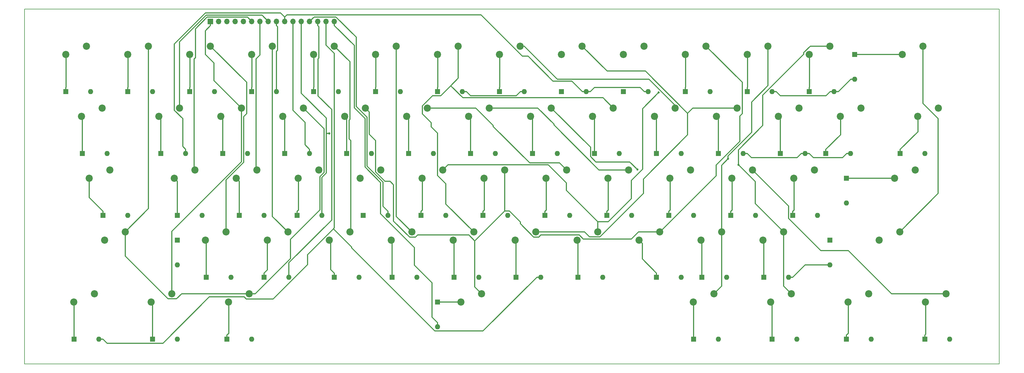
<source format=gbr>
%TF.GenerationSoftware,KiCad,Pcbnew,(5.0.1)-3*%
%TF.CreationDate,2018-12-07T19:46:10-06:00*%
%TF.ProjectId,z80sbc_keyboard,7A38307362635F6B6579626F6172642E,rev?*%
%TF.SameCoordinates,Original*%
%TF.FileFunction,Copper,L2,Bot,Signal*%
%TF.FilePolarity,Positive*%
%FSLAX46Y46*%
G04 Gerber Fmt 4.6, Leading zero omitted, Abs format (unit mm)*
G04 Created by KiCad (PCBNEW (5.0.1)-3) date 12/7/2018 7:46:10 PM*
%MOMM*%
%LPD*%
G01*
G04 APERTURE LIST*
%ADD10C,0.150000*%
%ADD11O,1.600000X1.600000*%
%ADD12R,1.600000X1.600000*%
%ADD13C,2.200000*%
%ADD14O,1.700000X1.700000*%
%ADD15R,1.700000X1.700000*%
%ADD16C,0.685800*%
%ADD17C,0.304800*%
G04 APERTURE END LIST*
D10*
X26670000Y-50800000D02*
X26670000Y-160020000D01*
X326390000Y-50800000D02*
X26670000Y-50800000D01*
X326390000Y-160020000D02*
X326390000Y-50800000D01*
X26670000Y-160020000D02*
X326390000Y-160020000D01*
D11*
X46990000Y-76200000D03*
D12*
X39370000Y-76200000D03*
X58420000Y-76200000D03*
D11*
X66040000Y-76200000D03*
X85090000Y-76200000D03*
D12*
X77470000Y-76200000D03*
D11*
X104140000Y-76200000D03*
D12*
X96520000Y-76200000D03*
D11*
X123190000Y-76200000D03*
D12*
X115570000Y-76200000D03*
X134620000Y-76200000D03*
D11*
X142240000Y-76200000D03*
D12*
X153670000Y-76200000D03*
D11*
X161290000Y-76200000D03*
X180340000Y-76200000D03*
D12*
X172720000Y-76200000D03*
D11*
X199390000Y-76200000D03*
D12*
X191770000Y-76200000D03*
X210820000Y-76200000D03*
D11*
X218440000Y-76200000D03*
D12*
X229870000Y-76200000D03*
D11*
X237490000Y-76200000D03*
X256540000Y-76200000D03*
D12*
X248920000Y-76200000D03*
X267970000Y-76200000D03*
D11*
X275590000Y-76200000D03*
X281940000Y-72390000D03*
D12*
X281940000Y-64770000D03*
D11*
X52070000Y-95250000D03*
D12*
X44450000Y-95250000D03*
X68580000Y-95250000D03*
D11*
X76200000Y-95250000D03*
X95250000Y-95250000D03*
D12*
X87630000Y-95250000D03*
X106680000Y-95250000D03*
D11*
X114300000Y-95250000D03*
X133350000Y-95250000D03*
D12*
X125730000Y-95250000D03*
X144780000Y-95250000D03*
D11*
X152400000Y-95250000D03*
X171450000Y-95250000D03*
D12*
X163830000Y-95250000D03*
X182880000Y-95250000D03*
D11*
X190500000Y-95250000D03*
D12*
X201930000Y-95250000D03*
D11*
X209550000Y-95250000D03*
D12*
X220980000Y-95250000D03*
D11*
X228600000Y-95250000D03*
X247650000Y-95250000D03*
D12*
X240030000Y-95250000D03*
X259080000Y-95250000D03*
D11*
X266700000Y-95250000D03*
X280670000Y-95250000D03*
D12*
X273050000Y-95250000D03*
D11*
X303530000Y-95250000D03*
D12*
X295910000Y-95250000D03*
X50800000Y-114300000D03*
D11*
X58420000Y-114300000D03*
X81280000Y-114300000D03*
D12*
X73660000Y-114300000D03*
X92710000Y-114300000D03*
D11*
X100330000Y-114300000D03*
X118110000Y-114300000D03*
D12*
X110490000Y-114300000D03*
X130810000Y-114300000D03*
D11*
X138430000Y-114300000D03*
X156210000Y-114300000D03*
D12*
X148590000Y-114300000D03*
D11*
X175260000Y-114300000D03*
D12*
X167640000Y-114300000D03*
X186690000Y-114300000D03*
D11*
X194310000Y-114300000D03*
D12*
X205740000Y-114300000D03*
D11*
X213360000Y-114300000D03*
X232410000Y-114300000D03*
D12*
X224790000Y-114300000D03*
X243840000Y-114300000D03*
D11*
X251460000Y-114300000D03*
X270510000Y-114300000D03*
D12*
X262890000Y-114300000D03*
X279400000Y-102870000D03*
D11*
X279400000Y-110490000D03*
X73660000Y-129540000D03*
D12*
X73660000Y-121920000D03*
X82550000Y-133350000D03*
D11*
X90170000Y-133350000D03*
X107950000Y-133350000D03*
D12*
X100330000Y-133350000D03*
X121920000Y-133350000D03*
D11*
X129540000Y-133350000D03*
X147320000Y-133350000D03*
D12*
X139700000Y-133350000D03*
X158750000Y-133350000D03*
D11*
X166370000Y-133350000D03*
X185420000Y-133350000D03*
D12*
X177800000Y-133350000D03*
X196850000Y-133350000D03*
D11*
X204470000Y-133350000D03*
X228600000Y-133350000D03*
D12*
X220980000Y-133350000D03*
X234950000Y-133350000D03*
D11*
X242570000Y-133350000D03*
X261620000Y-133350000D03*
D12*
X254000000Y-133350000D03*
X274320000Y-121920000D03*
D11*
X274320000Y-129540000D03*
X49530000Y-152400000D03*
D12*
X41910000Y-152400000D03*
X66040000Y-152400000D03*
D11*
X73660000Y-152400000D03*
X96520000Y-152400000D03*
D12*
X88900000Y-152400000D03*
X153670000Y-140970000D03*
D11*
X153670000Y-148590000D03*
X240030000Y-152400000D03*
D12*
X232410000Y-152400000D03*
X256540000Y-152400000D03*
D11*
X264160000Y-152400000D03*
X287020000Y-152400000D03*
D12*
X279400000Y-152400000D03*
X303530000Y-152400000D03*
D11*
X311150000Y-152400000D03*
D13*
X45720000Y-62230000D03*
X39370000Y-64770000D03*
X58420000Y-64770000D03*
X64770000Y-62230000D03*
X77470000Y-64770000D03*
X83820000Y-62230000D03*
X102870000Y-62230000D03*
X96520000Y-64770000D03*
X115570000Y-64770000D03*
X121920000Y-62230000D03*
X140970000Y-62230000D03*
X134620000Y-64770000D03*
X153670000Y-64770000D03*
X160020000Y-62230000D03*
X179070000Y-62230000D03*
X172720000Y-64770000D03*
X198120000Y-62230000D03*
X191770000Y-64770000D03*
X217170000Y-62230000D03*
X210820000Y-64770000D03*
X229870000Y-64770000D03*
X236220000Y-62230000D03*
X255270000Y-62230000D03*
X248920000Y-64770000D03*
X267970000Y-64770000D03*
X274320000Y-62230000D03*
X67945000Y-83820000D03*
X74295000Y-81280000D03*
X86995000Y-83820000D03*
X93345000Y-81280000D03*
X112395000Y-81280000D03*
X106045000Y-83820000D03*
X125095000Y-83820000D03*
X131445000Y-81280000D03*
X144145000Y-83820000D03*
X150495000Y-81280000D03*
X169545000Y-81280000D03*
X163195000Y-83820000D03*
X182245000Y-83820000D03*
X188595000Y-81280000D03*
X207645000Y-81280000D03*
X201295000Y-83820000D03*
X226695000Y-81280000D03*
X220345000Y-83820000D03*
X245745000Y-81280000D03*
X239395000Y-83820000D03*
X258445000Y-83820000D03*
X264795000Y-81280000D03*
X277495000Y-83820000D03*
X283845000Y-81280000D03*
X72707500Y-102870000D03*
X79057500Y-100330000D03*
X98107500Y-100330000D03*
X91757500Y-102870000D03*
X117158000Y-100330000D03*
X110808000Y-102870000D03*
X136208000Y-100330000D03*
X129858000Y-102870000D03*
X148908000Y-102870000D03*
X155258000Y-100330000D03*
X174308000Y-100330000D03*
X167958000Y-102870000D03*
X187008000Y-102870000D03*
X193358000Y-100330000D03*
X206058000Y-102870000D03*
X212408000Y-100330000D03*
X231458000Y-100330000D03*
X225108000Y-102870000D03*
X244158000Y-102870000D03*
X250508000Y-100330000D03*
X263208000Y-102870000D03*
X269558000Y-100330000D03*
X88582500Y-119380000D03*
X82232500Y-121920000D03*
X101282000Y-121920000D03*
X107632000Y-119380000D03*
X120332000Y-121920000D03*
X126682000Y-119380000D03*
X139382000Y-121920000D03*
X145732000Y-119380000D03*
X164782000Y-119380000D03*
X158432000Y-121920000D03*
X177482000Y-121920000D03*
X183832000Y-119380000D03*
X202882000Y-119380000D03*
X196532000Y-121920000D03*
X215582000Y-121920000D03*
X221932000Y-119380000D03*
X234632000Y-121920000D03*
X240982000Y-119380000D03*
X260032000Y-119380000D03*
X253682000Y-121920000D03*
X296545000Y-64770000D03*
X302895000Y-62230000D03*
X44132500Y-83820000D03*
X50482500Y-81280000D03*
X301308000Y-83820000D03*
X307658000Y-81280000D03*
X46513800Y-102870000D03*
X52863800Y-100330000D03*
X294164000Y-102870000D03*
X300514000Y-100330000D03*
X57626200Y-119380000D03*
X51276200Y-121920000D03*
X289401000Y-121920000D03*
X295751000Y-119380000D03*
X48101200Y-138430000D03*
X41751200Y-140970000D03*
X65563800Y-140970000D03*
X71913800Y-138430000D03*
X95726200Y-138430000D03*
X89376200Y-140970000D03*
X160814000Y-140970000D03*
X167164000Y-138430000D03*
X232251000Y-140970000D03*
X238601000Y-138430000D03*
X256064000Y-140970000D03*
X262414000Y-138430000D03*
X286226000Y-138430000D03*
X279876000Y-140970000D03*
X303689000Y-140970000D03*
X310039000Y-138430000D03*
D14*
X121920000Y-54610000D03*
X119380000Y-54610000D03*
X116840000Y-54610000D03*
X114300000Y-54610000D03*
X111760000Y-54610000D03*
X109220000Y-54610000D03*
X106680000Y-54610000D03*
X104140000Y-54610000D03*
X101600000Y-54610000D03*
X99060000Y-54610000D03*
X96520000Y-54610000D03*
X93980000Y-54610000D03*
X91440000Y-54610000D03*
X88900000Y-54610000D03*
X86360000Y-54610000D03*
D15*
X83820000Y-54610000D03*
D16*
X120319500Y-89077800D03*
X221635900Y-76506700D03*
X242990700Y-96861100D03*
X246157600Y-98745600D03*
X215080900Y-100205500D03*
D17*
X104140000Y-76200000D02*
X104140000Y-74942500D01*
X104140000Y-54610000D02*
X104140000Y-55917500D01*
X104140000Y-55917500D02*
X104431900Y-56209400D01*
X104431900Y-56209400D02*
X104431900Y-63458100D01*
X104431900Y-63458100D02*
X104069400Y-63820600D01*
X104069400Y-63820600D02*
X104069400Y-74871900D01*
X104069400Y-74871900D02*
X104140000Y-74942500D01*
X180340000Y-76200000D02*
X179082500Y-76200000D01*
X161290000Y-76200000D02*
X162547500Y-76200000D01*
X162547500Y-76200000D02*
X163805100Y-77457600D01*
X163805100Y-77457600D02*
X177824900Y-77457600D01*
X177824900Y-77457600D02*
X179082500Y-76200000D01*
X39370000Y-76200000D02*
X39370000Y-74942500D01*
X39370000Y-64770000D02*
X39427100Y-64827100D01*
X39427100Y-64827100D02*
X39427100Y-74885400D01*
X39427100Y-74885400D02*
X39370000Y-74942500D01*
X58420000Y-76200000D02*
X58420000Y-74942500D01*
X58420000Y-64770000D02*
X58471500Y-64821500D01*
X58471500Y-64821500D02*
X58471500Y-74891000D01*
X58471500Y-74891000D02*
X58420000Y-74942500D01*
X77470000Y-76200000D02*
X77470000Y-74942500D01*
X77470000Y-64770000D02*
X77524000Y-64824000D01*
X77524000Y-64824000D02*
X77524000Y-74888500D01*
X77524000Y-74888500D02*
X77470000Y-74942500D01*
X96520000Y-76200000D02*
X96520000Y-74942500D01*
X96520000Y-64770000D02*
X96576900Y-64826900D01*
X96576900Y-64826900D02*
X96576900Y-74885600D01*
X96576900Y-74885600D02*
X96520000Y-74942500D01*
X115570000Y-76200000D02*
X115570000Y-74942500D01*
X115570000Y-64770000D02*
X115627100Y-64827100D01*
X115627100Y-64827100D02*
X115627100Y-74885400D01*
X115627100Y-74885400D02*
X115570000Y-74942500D01*
X134620000Y-76200000D02*
X134620000Y-74942500D01*
X134620000Y-64770000D02*
X134672600Y-64822600D01*
X134672600Y-64822600D02*
X134672600Y-74889900D01*
X134672600Y-74889900D02*
X134620000Y-74942500D01*
X153670000Y-76200000D02*
X153670000Y-74942500D01*
X153670000Y-64770000D02*
X153727100Y-64827100D01*
X153727100Y-64827100D02*
X153727100Y-74885400D01*
X153727100Y-74885400D02*
X153670000Y-74942500D01*
X172720000Y-76200000D02*
X172720000Y-74942500D01*
X172720000Y-64770000D02*
X172774400Y-64824400D01*
X172774400Y-64824400D02*
X172774400Y-74888100D01*
X172774400Y-74888100D02*
X172720000Y-74942500D01*
X106680000Y-53302500D02*
X105375800Y-51998300D01*
X105375800Y-51998300D02*
X82288500Y-51998300D01*
X82288500Y-51998300D02*
X72730500Y-61556300D01*
X72730500Y-61556300D02*
X72730500Y-81935500D01*
X72730500Y-81935500D02*
X75310800Y-84515800D01*
X75310800Y-84515800D02*
X75310800Y-93103300D01*
X75310800Y-93103300D02*
X76200000Y-93992500D01*
X76200000Y-95250000D02*
X76200000Y-93992500D01*
X106680000Y-53302500D02*
X107347400Y-52635100D01*
X107347400Y-52635100D02*
X167051700Y-52635100D01*
X167051700Y-52635100D02*
X179744300Y-65327700D01*
X179744300Y-65327700D02*
X181477000Y-65327700D01*
X181477000Y-65327700D02*
X189138000Y-72988700D01*
X189138000Y-72988700D02*
X194921200Y-72988700D01*
X194921200Y-72988700D02*
X198132500Y-76200000D01*
X106680000Y-54610000D02*
X106680000Y-53302500D01*
X199390000Y-76200000D02*
X198132500Y-76200000D01*
X275590000Y-76200000D02*
X274332500Y-76200000D01*
X256540000Y-76200000D02*
X257797500Y-76200000D01*
X257797500Y-76200000D02*
X259055100Y-77457600D01*
X259055100Y-77457600D02*
X273074900Y-77457600D01*
X273074900Y-77457600D02*
X274332500Y-76200000D01*
X218440000Y-76200000D02*
X217182500Y-76200000D01*
X199390000Y-76200000D02*
X200647500Y-76200000D01*
X200647500Y-76200000D02*
X201905100Y-74942400D01*
X201905100Y-74942400D02*
X215924900Y-74942400D01*
X215924900Y-74942400D02*
X217182500Y-76200000D01*
X275590000Y-76200000D02*
X276872500Y-76200000D01*
X276872500Y-76200000D02*
X280682500Y-72390000D01*
X281940000Y-72390000D02*
X280682500Y-72390000D01*
X229870000Y-76200000D02*
X229870000Y-74942500D01*
X229870000Y-64770000D02*
X229939700Y-64839700D01*
X229939700Y-64839700D02*
X229939700Y-74872800D01*
X229939700Y-74872800D02*
X229870000Y-74942500D01*
X248920000Y-76200000D02*
X248920000Y-74942500D01*
X248920000Y-64770000D02*
X248977100Y-64827100D01*
X248977100Y-64827100D02*
X248977100Y-74885400D01*
X248977100Y-74885400D02*
X248920000Y-74942500D01*
X267970000Y-76200000D02*
X267970000Y-74942500D01*
X267970000Y-64770000D02*
X268023500Y-64823500D01*
X268023500Y-64823500D02*
X268023500Y-74889000D01*
X268023500Y-74889000D02*
X267970000Y-74942500D01*
X296545000Y-64770000D02*
X281940000Y-64770000D01*
X44132500Y-83820000D02*
X44450000Y-84137500D01*
X44450000Y-84137500D02*
X44450000Y-95250000D01*
X67945000Y-83820000D02*
X68580000Y-84455000D01*
X68580000Y-84455000D02*
X68580000Y-95250000D01*
X109220000Y-55917500D02*
X109220000Y-81980000D01*
X109220000Y-81980000D02*
X112903300Y-85663300D01*
X112903300Y-85663300D02*
X112903300Y-92595800D01*
X112903300Y-92595800D02*
X114300000Y-93992500D01*
X109220000Y-54610000D02*
X109220000Y-55917500D01*
X114300000Y-95250000D02*
X114300000Y-93992500D01*
X86995000Y-83820000D02*
X87630000Y-84455000D01*
X87630000Y-84455000D02*
X87630000Y-95250000D01*
X106045000Y-83820000D02*
X106680000Y-84455000D01*
X106680000Y-84455000D02*
X106680000Y-95250000D01*
X125095000Y-83820000D02*
X125730000Y-84455000D01*
X125730000Y-84455000D02*
X125730000Y-95250000D01*
X144145000Y-83820000D02*
X144780000Y-84455000D01*
X144780000Y-84455000D02*
X144780000Y-95250000D01*
X163195000Y-83820000D02*
X163830000Y-84455000D01*
X163830000Y-84455000D02*
X163830000Y-95250000D01*
X182245000Y-83820000D02*
X182880000Y-84455000D01*
X182880000Y-84455000D02*
X182880000Y-95250000D01*
X201295000Y-83820000D02*
X201930000Y-84455000D01*
X201930000Y-84455000D02*
X201930000Y-95250000D01*
X220345000Y-83820000D02*
X220980000Y-84455000D01*
X220980000Y-84455000D02*
X220980000Y-95250000D01*
X266700000Y-95250000D02*
X265442500Y-95250000D01*
X247650000Y-95250000D02*
X248907500Y-95250000D01*
X248907500Y-95250000D02*
X250165100Y-96507600D01*
X250165100Y-96507600D02*
X264184900Y-96507600D01*
X264184900Y-96507600D02*
X265442500Y-95250000D01*
X111760000Y-54610000D02*
X111760000Y-76720000D01*
X111760000Y-76720000D02*
X119418300Y-84378300D01*
X119418300Y-84378300D02*
X119418300Y-89077800D01*
X280670000Y-95250000D02*
X279412500Y-95250000D01*
X266700000Y-95250000D02*
X267957500Y-95250000D01*
X267957500Y-95250000D02*
X269224300Y-96516800D01*
X269224300Y-96516800D02*
X278145700Y-96516800D01*
X278145700Y-96516800D02*
X279412500Y-95250000D01*
X119418300Y-89077800D02*
X119418300Y-101291200D01*
X119418300Y-101291200D02*
X118110000Y-102599500D01*
X118110000Y-102599500D02*
X118110000Y-114300000D01*
X119418300Y-89077800D02*
X120319500Y-89077800D01*
X239395000Y-83820000D02*
X240030000Y-84455000D01*
X240030000Y-84455000D02*
X240030000Y-95250000D01*
X258445000Y-83820000D02*
X259080000Y-84455000D01*
X259080000Y-84455000D02*
X259080000Y-95250000D01*
X273050000Y-95250000D02*
X273050000Y-93992500D01*
X277495000Y-83820000D02*
X277552100Y-83877100D01*
X277552100Y-83877100D02*
X277552100Y-89490400D01*
X277552100Y-89490400D02*
X273050000Y-93992500D01*
X295910000Y-95250000D02*
X295910000Y-93992500D01*
X301308000Y-83820000D02*
X301364900Y-83876900D01*
X301364900Y-83876900D02*
X301364900Y-88537600D01*
X301364900Y-88537600D02*
X295910000Y-93992500D01*
X50800000Y-114300000D02*
X50800000Y-113042500D01*
X46513800Y-102870000D02*
X46551400Y-102907600D01*
X46551400Y-102907600D02*
X46551400Y-108793900D01*
X46551400Y-108793900D02*
X50800000Y-113042500D01*
X72707500Y-102870000D02*
X73660000Y-103822500D01*
X73660000Y-103822500D02*
X73660000Y-114300000D01*
X91757500Y-102870000D02*
X92710000Y-103822500D01*
X92710000Y-103822500D02*
X92710000Y-114300000D01*
X110490000Y-114300000D02*
X110490000Y-113042500D01*
X110808000Y-102870000D02*
X110865100Y-102927100D01*
X110865100Y-102927100D02*
X110865100Y-112667400D01*
X110865100Y-112667400D02*
X110490000Y-113042500D01*
X138430000Y-113042500D02*
X136873600Y-111486100D01*
X136873600Y-111486100D02*
X136873600Y-104092500D01*
X136873600Y-104092500D02*
X131972600Y-99191500D01*
X131972600Y-99191500D02*
X131972600Y-84082700D01*
X131972600Y-84082700D02*
X128636500Y-80746600D01*
X128636500Y-80746600D02*
X128636500Y-59474700D01*
X128636500Y-59474700D02*
X122410500Y-53248700D01*
X122410500Y-53248700D02*
X115661300Y-53248700D01*
X115661300Y-53248700D02*
X114300000Y-54610000D01*
X138430000Y-114300000D02*
X138430000Y-113042500D01*
X148590000Y-114300000D02*
X148590000Y-113042500D01*
X148908000Y-102870000D02*
X148965100Y-102927100D01*
X148965100Y-102927100D02*
X148965100Y-112667400D01*
X148965100Y-112667400D02*
X148590000Y-113042500D01*
X167640000Y-114300000D02*
X167640000Y-113042500D01*
X167958000Y-102870000D02*
X168015100Y-102927100D01*
X168015100Y-102927100D02*
X168015100Y-112667400D01*
X168015100Y-112667400D02*
X167640000Y-113042500D01*
X186690000Y-114300000D02*
X186690000Y-113042500D01*
X187008000Y-102870000D02*
X187065100Y-102927100D01*
X187065100Y-102927100D02*
X187065100Y-112667400D01*
X187065100Y-112667400D02*
X186690000Y-113042500D01*
X205740000Y-114300000D02*
X205740000Y-113042500D01*
X206058000Y-102870000D02*
X206115100Y-102927100D01*
X206115100Y-102927100D02*
X206115100Y-112667400D01*
X206115100Y-112667400D02*
X205740000Y-113042500D01*
X224790000Y-114300000D02*
X224790000Y-113042500D01*
X225108000Y-102870000D02*
X225165100Y-102927100D01*
X225165100Y-102927100D02*
X225165100Y-112667400D01*
X225165100Y-112667400D02*
X224790000Y-113042500D01*
X243840000Y-114300000D02*
X243840000Y-113042500D01*
X244158000Y-102870000D02*
X244215100Y-102927100D01*
X244215100Y-102927100D02*
X244215100Y-112667400D01*
X244215100Y-112667400D02*
X243840000Y-113042500D01*
X262890000Y-114300000D02*
X262890000Y-113042500D01*
X263208000Y-102870000D02*
X263260400Y-102922400D01*
X263260400Y-102922400D02*
X263260400Y-112672100D01*
X263260400Y-112672100D02*
X262890000Y-113042500D01*
X294164000Y-102870000D02*
X279400000Y-102870000D01*
X116840000Y-55917500D02*
X117142900Y-56220400D01*
X117142900Y-56220400D02*
X117142900Y-65892400D01*
X117142900Y-65892400D02*
X116906400Y-66128900D01*
X116906400Y-66128900D02*
X116906400Y-77536400D01*
X116906400Y-77536400D02*
X121120000Y-81750000D01*
X121120000Y-81750000D02*
X121120000Y-115732400D01*
X121120000Y-115732400D02*
X107950000Y-128902400D01*
X107950000Y-128902400D02*
X107950000Y-133350000D01*
X116840000Y-54610000D02*
X116840000Y-55917500D01*
X82232500Y-121920000D02*
X82550000Y-122237500D01*
X82550000Y-122237500D02*
X82550000Y-133350000D01*
X100330000Y-133350000D02*
X100330000Y-132092500D01*
X101282000Y-121920000D02*
X101339100Y-121977100D01*
X101339100Y-121977100D02*
X101339100Y-131083400D01*
X101339100Y-131083400D02*
X100330000Y-132092500D01*
X121920000Y-133350000D02*
X121920000Y-132092500D01*
X120332000Y-121920000D02*
X120788800Y-122376800D01*
X120788800Y-122376800D02*
X120788800Y-130961300D01*
X120788800Y-130961300D02*
X121920000Y-132092500D01*
X139382000Y-121920000D02*
X139700000Y-122238000D01*
X139700000Y-122238000D02*
X139700000Y-133350000D01*
X158432000Y-121920000D02*
X158750000Y-122238000D01*
X158750000Y-122238000D02*
X158750000Y-133350000D01*
X121600500Y-118435100D02*
X127179700Y-124014300D01*
X127179700Y-124014300D02*
X127179700Y-124267000D01*
X127179700Y-124267000D02*
X152793600Y-149880900D01*
X152793600Y-149880900D02*
X167631600Y-149880900D01*
X167631600Y-149880900D02*
X184162500Y-133350000D01*
X119380000Y-54610000D02*
X119380000Y-61898300D01*
X119380000Y-61898300D02*
X121889600Y-64407900D01*
X121889600Y-64407900D02*
X121889600Y-118146000D01*
X121889600Y-118146000D02*
X121600500Y-118435100D01*
X121600500Y-118435100D02*
X113642900Y-126392700D01*
X113642900Y-126392700D02*
X113642900Y-129435700D01*
X113642900Y-129435700D02*
X103051200Y-140027400D01*
X103051200Y-140027400D02*
X94783600Y-140027400D01*
X94783600Y-140027400D02*
X94166500Y-139410300D01*
X94166500Y-139410300D02*
X83432500Y-139410300D01*
X83432500Y-139410300D02*
X69185200Y-153657600D01*
X69185200Y-153657600D02*
X52045100Y-153657600D01*
X52045100Y-153657600D02*
X50787500Y-152400000D01*
X49530000Y-152400000D02*
X50787500Y-152400000D01*
X185420000Y-133350000D02*
X184162500Y-133350000D01*
X261620000Y-133350000D02*
X262877500Y-133350000D01*
X274320000Y-129540000D02*
X266687500Y-129540000D01*
X266687500Y-129540000D02*
X262877500Y-133350000D01*
X177482000Y-121920000D02*
X177800000Y-122238000D01*
X177800000Y-122238000D02*
X177800000Y-133350000D01*
X196532000Y-121920000D02*
X196850000Y-122238000D01*
X196850000Y-122238000D02*
X196850000Y-133350000D01*
X220980000Y-133350000D02*
X220980000Y-132092500D01*
X215582000Y-121920000D02*
X216606600Y-122944600D01*
X216606600Y-122944600D02*
X216606600Y-127719100D01*
X216606600Y-127719100D02*
X220980000Y-132092500D01*
X234632000Y-121920000D02*
X234950000Y-122238000D01*
X234950000Y-122238000D02*
X234950000Y-133350000D01*
X253682000Y-121920000D02*
X254000000Y-122238000D01*
X254000000Y-122238000D02*
X254000000Y-133350000D01*
X41751200Y-140970000D02*
X41910000Y-141128800D01*
X41910000Y-141128800D02*
X41910000Y-152400000D01*
X65563800Y-140970000D02*
X66040000Y-141446200D01*
X66040000Y-141446200D02*
X66040000Y-152400000D01*
X153670000Y-148590000D02*
X153670000Y-147332500D01*
X121920000Y-54610000D02*
X121920000Y-55917500D01*
X121920000Y-55917500D02*
X128026400Y-62023900D01*
X128026400Y-62023900D02*
X128026400Y-81197300D01*
X128026400Y-81197300D02*
X131362600Y-84533500D01*
X131362600Y-84533500D02*
X131362600Y-99444200D01*
X131362600Y-99444200D02*
X136125500Y-104207100D01*
X136125500Y-104207100D02*
X136125500Y-113823000D01*
X136125500Y-113823000D02*
X146545200Y-124242700D01*
X146545200Y-124242700D02*
X146545200Y-129603400D01*
X146545200Y-129603400D02*
X151980900Y-135039100D01*
X151980900Y-135039100D02*
X151980900Y-145643400D01*
X151980900Y-145643400D02*
X153670000Y-147332500D01*
X88900000Y-152400000D02*
X88900000Y-151142500D01*
X89376200Y-140970000D02*
X89433300Y-141027100D01*
X89433300Y-141027100D02*
X89433300Y-150609200D01*
X89433300Y-150609200D02*
X88900000Y-151142500D01*
X160814000Y-140970000D02*
X153670000Y-140970000D01*
X232251000Y-140970000D02*
X232410000Y-141129000D01*
X232410000Y-141129000D02*
X232410000Y-152400000D01*
X256064000Y-140970000D02*
X256540000Y-141446000D01*
X256540000Y-141446000D02*
X256540000Y-152400000D01*
X279400000Y-152400000D02*
X279400000Y-151142500D01*
X279876000Y-140970000D02*
X279933100Y-141027100D01*
X279933100Y-141027100D02*
X279933100Y-150609400D01*
X279933100Y-150609400D02*
X279400000Y-151142500D01*
X303530000Y-152400000D02*
X303530000Y-151142500D01*
X303689000Y-140970000D02*
X303746100Y-141027100D01*
X303746100Y-141027100D02*
X303746100Y-150926400D01*
X303746100Y-150926400D02*
X303530000Y-151142500D01*
X71913800Y-138430000D02*
X71913800Y-119223300D01*
X71913800Y-119223300D02*
X93345000Y-97792100D01*
X93345000Y-97792100D02*
X93345000Y-81280000D01*
X83820000Y-55917500D02*
X82253800Y-57483700D01*
X82253800Y-57483700D02*
X82253800Y-64808100D01*
X82253800Y-64808100D02*
X84878300Y-67432600D01*
X84878300Y-67432600D02*
X84878300Y-72813300D01*
X84878300Y-72813300D02*
X93345000Y-81280000D01*
X83820000Y-54610000D02*
X83820000Y-55917500D01*
X230551400Y-82872000D02*
X230551400Y-89547800D01*
X230551400Y-89547800D02*
X216947100Y-103152100D01*
X216947100Y-103152100D02*
X216947100Y-107570200D01*
X216947100Y-107570200D02*
X203572500Y-120944800D01*
X203572500Y-120944800D02*
X200381600Y-120944800D01*
X200381600Y-120944800D02*
X198816800Y-119380000D01*
X198816800Y-119380000D02*
X183832000Y-119380000D01*
X198120000Y-62230000D02*
X205795800Y-69905800D01*
X205795800Y-69905800D02*
X217585200Y-69905800D01*
X217585200Y-69905800D02*
X230551400Y-82872000D01*
X230551400Y-82872000D02*
X232143400Y-81280000D01*
X232143400Y-81280000D02*
X245745000Y-81280000D01*
X202882000Y-116237500D02*
X206118500Y-116237500D01*
X206118500Y-116237500D02*
X213221200Y-109134800D01*
X213221200Y-109134800D02*
X213221200Y-103527100D01*
X213221200Y-103527100D02*
X216689300Y-100059000D01*
X216689300Y-100059000D02*
X216689300Y-81453300D01*
X216689300Y-81453300D02*
X221635900Y-76506700D01*
X155258000Y-100330000D02*
X156825000Y-98763000D01*
X156825000Y-98763000D02*
X187678700Y-98763000D01*
X187678700Y-98763000D02*
X193275600Y-104359900D01*
X193275600Y-104359900D02*
X193275600Y-106631100D01*
X193275600Y-106631100D02*
X202882000Y-116237500D01*
X202882000Y-116237500D02*
X202882000Y-119380000D01*
X112395000Y-81280000D02*
X118766500Y-87651500D01*
X118766500Y-87651500D02*
X118766500Y-101080300D01*
X118766500Y-101080300D02*
X117500000Y-102346800D01*
X117500000Y-102346800D02*
X117500000Y-112636600D01*
X117500000Y-112636600D02*
X108422800Y-121713800D01*
X108422800Y-121713800D02*
X108422800Y-127566900D01*
X108422800Y-127566900D02*
X97559700Y-138430000D01*
X97559700Y-138430000D02*
X95726200Y-138430000D01*
X64770000Y-62230000D02*
X64770000Y-112236200D01*
X64770000Y-112236200D02*
X57626200Y-119380000D01*
X95726200Y-138430000D02*
X74955800Y-138430000D01*
X74955800Y-138430000D02*
X73391000Y-139994800D01*
X73391000Y-139994800D02*
X70748800Y-139994800D01*
X70748800Y-139994800D02*
X57626200Y-126872200D01*
X57626200Y-126872200D02*
X57626200Y-119380000D01*
X83820000Y-62230000D02*
X94930500Y-73340500D01*
X94930500Y-73340500D02*
X94930500Y-82949000D01*
X94930500Y-82949000D02*
X93992400Y-83887100D01*
X93992400Y-83887100D02*
X93992400Y-98007400D01*
X93992400Y-98007400D02*
X88582500Y-103417300D01*
X88582500Y-103417300D02*
X88582500Y-119380000D01*
X236220000Y-62230000D02*
X247317300Y-73327300D01*
X247317300Y-73327300D02*
X247317300Y-83021300D01*
X247317300Y-83021300D02*
X246558200Y-83780400D01*
X246558200Y-83780400D02*
X246558200Y-91568600D01*
X246558200Y-91568600D02*
X239292300Y-98834500D01*
X239292300Y-98834500D02*
X239292300Y-102091600D01*
X239292300Y-102091600D02*
X222003900Y-119380000D01*
X222003900Y-119380000D02*
X221932000Y-119380000D01*
X174308000Y-112960000D02*
X175729300Y-112960000D01*
X175729300Y-112960000D02*
X179123700Y-116354400D01*
X179123700Y-116354400D02*
X179123700Y-116892100D01*
X179123700Y-116892100D02*
X183198400Y-120966800D01*
X183198400Y-120966800D02*
X184785200Y-120966800D01*
X184785200Y-120966800D02*
X185395700Y-120356300D01*
X185395700Y-120356300D02*
X197196100Y-120356300D01*
X197196100Y-120356300D02*
X198402600Y-121562800D01*
X198402600Y-121562800D02*
X213220400Y-121562800D01*
X213220400Y-121562800D02*
X215403200Y-119380000D01*
X215403200Y-119380000D02*
X221932000Y-119380000D01*
X165096100Y-122171900D02*
X174308000Y-112960000D01*
X167164000Y-138430000D02*
X165096100Y-136362100D01*
X165096100Y-136362100D02*
X165096100Y-122171900D01*
X165096100Y-122171900D02*
X163265400Y-120341200D01*
X163265400Y-120341200D02*
X147535300Y-120341200D01*
X147535300Y-120341200D02*
X146864800Y-121011700D01*
X146864800Y-121011700D02*
X145061300Y-121011700D01*
X145061300Y-121011700D02*
X140110100Y-116060500D01*
X140110100Y-116060500D02*
X140110100Y-104878900D01*
X140110100Y-104878900D02*
X139040300Y-103809100D01*
X139040300Y-103809100D02*
X137452900Y-103809100D01*
X137452900Y-103809100D02*
X134607600Y-100963800D01*
X134607600Y-100963800D02*
X134607600Y-91314500D01*
X134607600Y-91314500D02*
X132649500Y-89356400D01*
X132649500Y-89356400D02*
X132649500Y-82484500D01*
X132649500Y-82484500D02*
X131445000Y-81280000D01*
X174308000Y-112960000D02*
X174308000Y-100330000D01*
X102870000Y-62230000D02*
X102870000Y-114618000D01*
X102870000Y-114618000D02*
X107632000Y-119380000D01*
X255270000Y-62230000D02*
X255270000Y-74384800D01*
X255270000Y-74384800D02*
X250246800Y-79408000D01*
X250246800Y-79408000D02*
X250246800Y-88742500D01*
X250246800Y-88742500D02*
X242990700Y-95998600D01*
X242990700Y-95998600D02*
X242990700Y-96861100D01*
X242990700Y-96861100D02*
X240982000Y-98869800D01*
X240982000Y-98869800D02*
X240982000Y-119380000D01*
X193358000Y-100330000D02*
X191181000Y-98153000D01*
X191181000Y-98153000D02*
X181996800Y-98153000D01*
X181996800Y-98153000D02*
X170777400Y-86933600D01*
X170777400Y-86933600D02*
X170777400Y-86626800D01*
X170777400Y-86626800D02*
X165430600Y-81280000D01*
X165430600Y-81280000D02*
X150495000Y-81280000D01*
X238601000Y-138430000D02*
X240982000Y-136049000D01*
X240982000Y-136049000D02*
X240982000Y-119380000D01*
X260032000Y-119380000D02*
X251321200Y-110669200D01*
X251321200Y-110669200D02*
X251321200Y-103909200D01*
X251321200Y-103909200D02*
X246157600Y-98745600D01*
X246157600Y-98745600D02*
X246157600Y-94125400D01*
X246157600Y-94125400D02*
X253621300Y-86661700D01*
X253621300Y-86661700D02*
X253621300Y-77304500D01*
X253621300Y-77304500D02*
X266252600Y-64673200D01*
X266252600Y-64673200D02*
X266252600Y-64229600D01*
X266252600Y-64229600D02*
X268252200Y-62230000D01*
X268252200Y-62230000D02*
X274320000Y-62230000D01*
X169545000Y-81280000D02*
X184473500Y-81280000D01*
X184473500Y-81280000D02*
X189408200Y-86214700D01*
X189408200Y-86214700D02*
X189408200Y-86487200D01*
X189408200Y-86487200D02*
X203251000Y-100330000D01*
X203251000Y-100330000D02*
X212408000Y-100330000D01*
X126682000Y-119380000D02*
X126987600Y-119074400D01*
X126987600Y-119074400D02*
X126987600Y-91323500D01*
X126987600Y-91323500D02*
X126418900Y-90754800D01*
X126418900Y-90754800D02*
X126418900Y-85034700D01*
X126418900Y-85034700D02*
X126714200Y-84739400D01*
X126714200Y-84739400D02*
X126714200Y-67024200D01*
X126714200Y-67024200D02*
X121920000Y-62230000D01*
X262414000Y-138430000D02*
X260032000Y-136048000D01*
X260032000Y-136048000D02*
X260032000Y-119380000D01*
X140970000Y-62230000D02*
X140970000Y-114618000D01*
X140970000Y-114618000D02*
X145732000Y-119380000D01*
X96520000Y-54610000D02*
X95212500Y-53302500D01*
X95212500Y-53302500D02*
X82775800Y-53302500D01*
X82775800Y-53302500D02*
X79175700Y-56902600D01*
X79175700Y-56902600D02*
X79175700Y-65759600D01*
X79175700Y-65759600D02*
X78776200Y-66159100D01*
X78776200Y-66159100D02*
X78776200Y-100048700D01*
X78776200Y-100048700D02*
X79057500Y-100330000D01*
X215080900Y-100205500D02*
X212732200Y-97856800D01*
X212732200Y-97856800D02*
X202289800Y-97856800D01*
X202289800Y-97856800D02*
X200672500Y-96239500D01*
X200672500Y-96239500D02*
X200672500Y-93357500D01*
X200672500Y-93357500D02*
X188595000Y-81280000D01*
X295751000Y-119380000D02*
X307575600Y-107555400D01*
X307575600Y-107555400D02*
X307575600Y-84527900D01*
X307575600Y-84527900D02*
X302895000Y-79847300D01*
X302895000Y-79847300D02*
X302895000Y-62230000D01*
X99060000Y-54610000D02*
X99060000Y-64925300D01*
X99060000Y-64925300D02*
X97857700Y-66127600D01*
X97857700Y-66127600D02*
X97857700Y-100080200D01*
X97857700Y-100080200D02*
X98107500Y-100330000D01*
X250508000Y-100330000D02*
X261589600Y-111411600D01*
X261589600Y-111411600D02*
X261589600Y-115246800D01*
X261589600Y-115246800D02*
X271494000Y-125151200D01*
X271494000Y-125151200D02*
X279988800Y-125151200D01*
X279988800Y-125151200D02*
X293267600Y-138430000D01*
X293267600Y-138430000D02*
X310039000Y-138430000D01*
X157700800Y-74416200D02*
X161398200Y-78113600D01*
X161398200Y-78113600D02*
X204478600Y-78113600D01*
X204478600Y-78113600D02*
X207645000Y-81280000D01*
X157700800Y-74416200D02*
X160020000Y-72097000D01*
X160020000Y-72097000D02*
X160020000Y-62230000D01*
X164782000Y-119380000D02*
X156205400Y-110803400D01*
X156205400Y-110803400D02*
X156205400Y-104607600D01*
X156205400Y-104607600D02*
X153657600Y-102059800D01*
X153657600Y-102059800D02*
X153657600Y-89018500D01*
X153657600Y-89018500D02*
X151696600Y-87057500D01*
X151696600Y-87057500D02*
X151696600Y-85811800D01*
X151696600Y-85811800D02*
X148936700Y-83051900D01*
X148936700Y-83051900D02*
X148936700Y-80626200D01*
X148936700Y-80626200D02*
X152105400Y-77457500D01*
X152105400Y-77457500D02*
X154659500Y-77457500D01*
X154659500Y-77457500D02*
X157700800Y-74416200D01*
X101600000Y-54610000D02*
X99660900Y-52670900D01*
X99660900Y-52670900D02*
X82544700Y-52670900D01*
X82544700Y-52670900D02*
X74295000Y-60920600D01*
X74295000Y-60920600D02*
X74295000Y-81280000D01*
X226695000Y-81280000D02*
X226695000Y-80433800D01*
X226695000Y-80433800D02*
X218639900Y-72378700D01*
X218639900Y-72378700D02*
X190438300Y-72378700D01*
X190438300Y-72378700D02*
X180289600Y-62230000D01*
X180289600Y-62230000D02*
X179070000Y-62230000D01*
M02*

</source>
